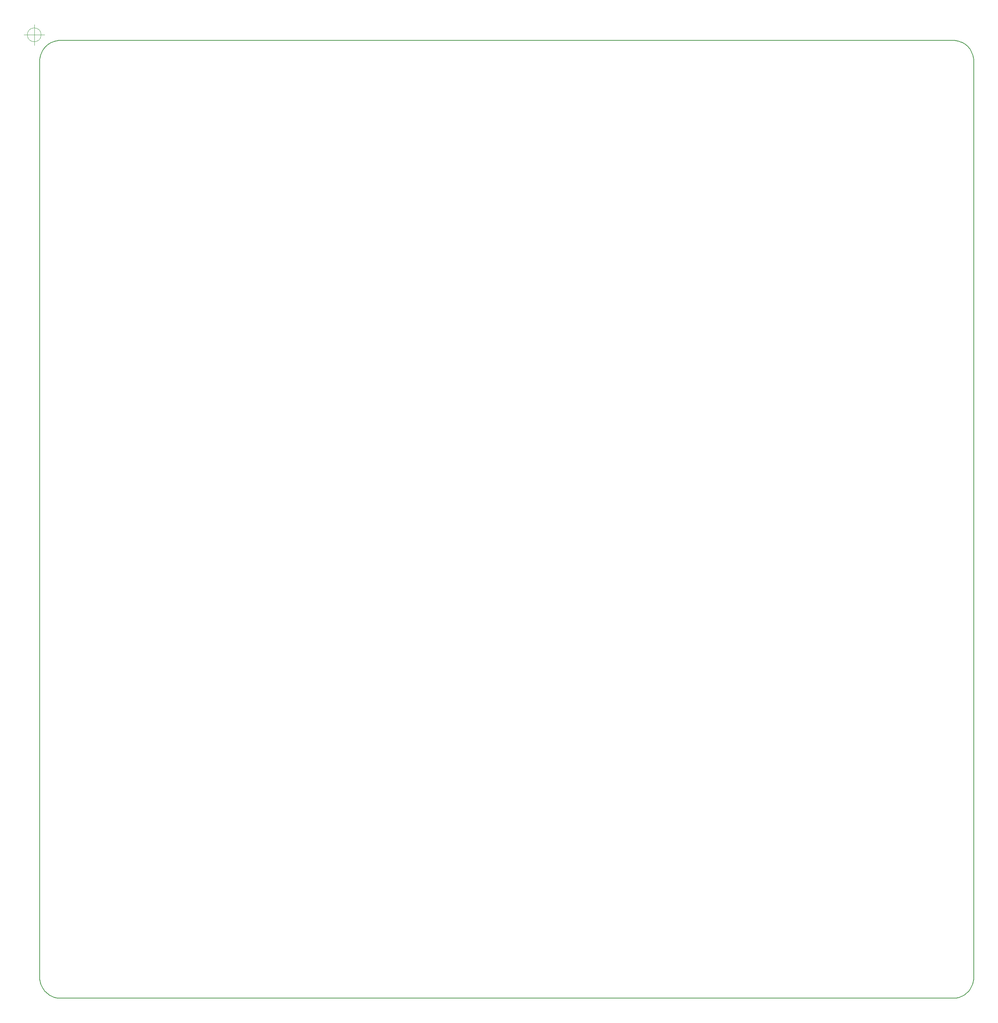
<source format=gbr>
%TF.GenerationSoftware,KiCad,Pcbnew,5.1.6-c6e7f7d~87~ubuntu20.04.1*%
%TF.CreationDate,2020-09-12T13:52:12+02:00*%
%TF.ProjectId,pcb-flat-left,7063622d-666c-4617-942d-6c6566742e6b,rev?*%
%TF.SameCoordinates,Original*%
%TF.FileFunction,Profile,NP*%
%FSLAX46Y46*%
G04 Gerber Fmt 4.6, Leading zero omitted, Abs format (unit mm)*
G04 Created by KiCad (PCBNEW 5.1.6-c6e7f7d~87~ubuntu20.04.1) date 2020-09-12 13:52:12*
%MOMM*%
%LPD*%
G01*
G04 APERTURE LIST*
%TA.AperFunction,Profile*%
%ADD10C,0.050000*%
%TD*%
%TA.AperFunction,Profile*%
%ADD11C,0.200000*%
%TD*%
G04 APERTURE END LIST*
D10*
X20666666Y-42000000D02*
G75*
G03*
X20666666Y-42000000I-1666666J0D01*
G01*
X16500000Y-42000000D02*
X21500000Y-42000000D01*
X19000000Y-39500000D02*
X19000000Y-44500000D01*
D11*
X20472888Y-47172000D02*
X20578998Y-46794000D01*
X241381000Y-274363832D02*
X240991000Y-274410685D01*
X242869000Y-273880140D02*
X242512000Y-274045504D01*
X24551900Y-274363832D02*
X24167400Y-274286660D01*
X245053000Y-46070000D02*
X245217000Y-46427000D01*
X245599000Y-269424930D02*
X245584000Y-269817680D01*
X20879410Y-46070000D02*
X21070957Y-45727000D01*
X245461000Y-47172000D02*
X245537000Y-47557000D01*
X20335084Y-269424930D02*
X20335084Y-48341000D01*
X20879410Y-271695950D02*
X20715424Y-271339040D01*
X20397097Y-270207680D02*
X20350243Y-269817680D01*
X21799940Y-272960990D02*
X21532600Y-272671600D01*
X245599000Y-48341000D02*
X245599000Y-269424930D01*
X245353000Y-270969710D02*
X245217000Y-271339040D01*
X242512000Y-274045504D02*
X242144000Y-274180551D01*
X20350243Y-269817680D02*
X20335084Y-269424930D01*
X24941860Y-43355000D02*
X25335980Y-43340000D01*
X20578998Y-46794000D02*
X20715424Y-46427000D01*
X240598000Y-43340000D02*
X240991000Y-43355000D01*
X22396630Y-273470860D02*
X22087950Y-273226950D01*
X243537000Y-273470860D02*
X243211000Y-273688592D01*
X20715424Y-271339040D02*
X20578998Y-270969710D01*
X21532600Y-272671600D02*
X21290060Y-272364300D01*
X22396630Y-44295000D02*
X22721850Y-44076000D01*
X23421890Y-43720000D02*
X23789830Y-43584000D01*
X244134000Y-272960990D02*
X243846000Y-273226950D01*
X20578998Y-270969710D02*
X20472888Y-270592130D01*
X20335084Y-48341000D02*
X20350243Y-47947000D01*
X20350243Y-47947000D02*
X20397097Y-47557000D01*
X24551900Y-43402000D02*
X24941860Y-43355000D01*
X245461000Y-270592130D02*
X245353000Y-270969710D01*
X241765000Y-274286660D02*
X241381000Y-274363832D01*
X245537000Y-270207680D02*
X245461000Y-270592130D01*
X244644000Y-45401000D02*
X244862000Y-45727000D01*
X243211000Y-273688592D02*
X242869000Y-273880140D01*
X245053000Y-271695950D02*
X244862000Y-272037700D01*
X21532600Y-45093000D02*
X21799940Y-44805000D01*
X25335980Y-43340000D02*
X240598000Y-43340000D01*
X20472888Y-270592130D02*
X20397097Y-270207680D01*
X245537000Y-47557000D02*
X245584000Y-47947000D01*
X24941860Y-274410685D02*
X24551900Y-274363832D01*
X242144000Y-274180551D02*
X241765000Y-274286660D01*
X21070957Y-272037700D02*
X20879410Y-271695950D01*
X244862000Y-45727000D02*
X245053000Y-46070000D01*
X245217000Y-46427000D02*
X245353000Y-46794000D01*
X245584000Y-269817680D02*
X245537000Y-270207680D01*
X20397097Y-47557000D02*
X20472888Y-47172000D01*
X242144000Y-43584000D02*
X242512000Y-43720000D01*
X21070957Y-45727000D02*
X21290060Y-45401000D01*
X23789830Y-43584000D02*
X24167400Y-43478000D01*
X243846000Y-44537000D02*
X244134000Y-44805000D01*
X243846000Y-273226950D02*
X243537000Y-273470860D01*
X244644000Y-272364300D02*
X244400000Y-272671600D01*
X245217000Y-271339040D02*
X245053000Y-271695950D01*
X22087950Y-273226950D02*
X21799940Y-272960990D01*
X242869000Y-43884000D02*
X243211000Y-44076000D01*
X245584000Y-47947000D02*
X245599000Y-48341000D01*
X22721850Y-44076000D02*
X23064980Y-43884000D01*
X23064980Y-43884000D02*
X23421890Y-43720000D01*
X20715424Y-46427000D02*
X20879410Y-46070000D01*
X244400000Y-272671600D02*
X244134000Y-272960990D01*
X24167400Y-43478000D02*
X24551900Y-43402000D01*
X241381000Y-43402000D02*
X241765000Y-43478000D01*
X244862000Y-272037700D02*
X244644000Y-272364300D01*
X240598000Y-274425843D02*
X25335980Y-274425843D01*
X242512000Y-43720000D02*
X242869000Y-43884000D01*
X21290060Y-45401000D02*
X21532600Y-45093000D01*
X243537000Y-44295000D02*
X243846000Y-44537000D01*
X245353000Y-46794000D02*
X245461000Y-47172000D01*
X23789830Y-274180551D02*
X23421890Y-274045504D01*
X22087950Y-44537000D02*
X22396630Y-44295000D01*
X241765000Y-43478000D02*
X242144000Y-43584000D01*
X25335980Y-274425843D02*
X24941860Y-274410685D01*
X22721850Y-273688592D02*
X22396630Y-273470860D01*
X240991000Y-274410685D02*
X240598000Y-274425843D01*
X244400000Y-45093000D02*
X244644000Y-45401000D01*
X21290060Y-272364300D02*
X21070957Y-272037700D01*
X243211000Y-44076000D02*
X243537000Y-44295000D01*
X240991000Y-43355000D02*
X241381000Y-43402000D01*
X21799940Y-44805000D02*
X22087950Y-44537000D01*
X23421890Y-274045504D02*
X23064980Y-273880140D01*
X244134000Y-44805000D02*
X244400000Y-45093000D01*
X23064980Y-273880140D02*
X22721850Y-273688592D01*
X24167400Y-274286660D02*
X23789830Y-274180551D01*
M02*

</source>
